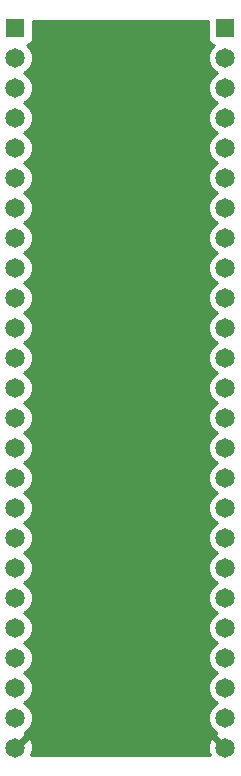
<source format=gbl>
G04 (created by PCBNEW (2013-03-31 BZR 4008)-stable) date 8/2/2013 1:38:20 PM*
%MOIN*%
G04 Gerber Fmt 3.4, Leading zero omitted, Abs format*
%FSLAX34Y34*%
G01*
G70*
G90*
G04 APERTURE LIST*
%ADD10C,0.006*%
%ADD11R,0.0649606X0.0649606*%
%ADD12C,0.0649606*%
%ADD13C,0.035*%
%ADD14C,0.00629921*%
%ADD15C,0.01*%
G04 APERTURE END LIST*
G54D10*
G54D11*
X12000Y-9000D03*
G54D12*
X12000Y-10000D03*
X12000Y-11000D03*
X12000Y-12000D03*
X12000Y-13000D03*
X12000Y-14000D03*
X12000Y-15000D03*
X12000Y-16000D03*
X12000Y-17000D03*
X12000Y-18000D03*
X12000Y-19000D03*
X12000Y-20000D03*
X12000Y-21000D03*
X12000Y-22000D03*
X12000Y-23000D03*
X12000Y-24000D03*
X12000Y-25000D03*
X12000Y-26000D03*
X12000Y-27000D03*
X12000Y-28000D03*
X12000Y-29000D03*
X12000Y-30000D03*
X12000Y-31000D03*
X12000Y-32000D03*
X12000Y-33000D03*
G54D11*
X19000Y-9000D03*
G54D12*
X19000Y-10000D03*
X19000Y-11000D03*
X19000Y-12000D03*
X19000Y-13000D03*
X19000Y-14000D03*
X19000Y-15000D03*
X19000Y-16000D03*
X19000Y-17000D03*
X19000Y-18000D03*
X19000Y-19000D03*
X19000Y-20000D03*
X19000Y-21000D03*
X19000Y-22000D03*
X19000Y-23000D03*
X19000Y-24000D03*
X19000Y-25000D03*
X19000Y-26000D03*
X19000Y-27000D03*
X19000Y-28000D03*
X19000Y-29000D03*
X19000Y-30000D03*
X19000Y-31000D03*
X19000Y-32000D03*
X19000Y-33000D03*
G54D13*
X15500Y-21500D03*
G54D14*
X16500Y-22000D02*
X15500Y-21500D01*
X16500Y-24000D02*
X16500Y-22000D01*
X16500Y-24000D02*
X16500Y-32678D01*
X18678Y-32678D02*
X16500Y-32678D01*
X19000Y-33000D02*
X18678Y-32678D01*
X12321Y-32678D02*
X12000Y-33000D01*
X16500Y-32678D02*
X12321Y-32678D01*
G54D10*
G36*
X19076Y-33005D02*
X19005Y-33076D01*
X19000Y-33070D01*
X18994Y-33076D01*
X18923Y-33005D01*
X18929Y-33000D01*
X18596Y-32666D01*
X18498Y-32697D01*
X18420Y-32912D01*
X18431Y-33140D01*
X18468Y-33230D01*
X12527Y-33230D01*
X12579Y-33087D01*
X12568Y-32859D01*
X12501Y-32697D01*
X12403Y-32666D01*
X12070Y-33000D01*
X12076Y-33005D01*
X12005Y-33076D01*
X12000Y-33070D01*
X11994Y-33076D01*
X11923Y-33005D01*
X11929Y-33000D01*
X11923Y-32994D01*
X11994Y-32923D01*
X12000Y-32929D01*
X12333Y-32596D01*
X12302Y-32498D01*
X12301Y-32497D01*
X12325Y-32487D01*
X12487Y-32326D01*
X12574Y-32114D01*
X12574Y-31886D01*
X12487Y-31674D01*
X12326Y-31512D01*
X12294Y-31500D01*
X12325Y-31487D01*
X12487Y-31326D01*
X12574Y-31114D01*
X12574Y-30886D01*
X12487Y-30674D01*
X12326Y-30512D01*
X12294Y-30500D01*
X12325Y-30487D01*
X12487Y-30326D01*
X12574Y-30114D01*
X12574Y-29886D01*
X12487Y-29674D01*
X12326Y-29512D01*
X12294Y-29500D01*
X12325Y-29487D01*
X12487Y-29326D01*
X12574Y-29114D01*
X12574Y-28886D01*
X12487Y-28674D01*
X12326Y-28512D01*
X12294Y-28500D01*
X12325Y-28487D01*
X12487Y-28326D01*
X12574Y-28114D01*
X12574Y-27886D01*
X12487Y-27674D01*
X12326Y-27512D01*
X12294Y-27500D01*
X12325Y-27487D01*
X12487Y-27326D01*
X12574Y-27114D01*
X12574Y-26886D01*
X12487Y-26674D01*
X12326Y-26512D01*
X12294Y-26500D01*
X12325Y-26487D01*
X12487Y-26326D01*
X12574Y-26114D01*
X12574Y-25886D01*
X12487Y-25674D01*
X12326Y-25512D01*
X12294Y-25500D01*
X12325Y-25487D01*
X12487Y-25326D01*
X12574Y-25114D01*
X12574Y-24886D01*
X12487Y-24674D01*
X12326Y-24512D01*
X12294Y-24500D01*
X12325Y-24487D01*
X12487Y-24326D01*
X12574Y-24114D01*
X12574Y-23886D01*
X12487Y-23674D01*
X12326Y-23512D01*
X12294Y-23500D01*
X12325Y-23487D01*
X12487Y-23326D01*
X12574Y-23114D01*
X12574Y-22886D01*
X12487Y-22674D01*
X12326Y-22512D01*
X12294Y-22500D01*
X12325Y-22487D01*
X12487Y-22326D01*
X12574Y-22114D01*
X12574Y-21886D01*
X12487Y-21674D01*
X12326Y-21512D01*
X12294Y-21500D01*
X12325Y-21487D01*
X12487Y-21326D01*
X12574Y-21114D01*
X12574Y-20886D01*
X12487Y-20674D01*
X12326Y-20512D01*
X12294Y-20500D01*
X12325Y-20487D01*
X12487Y-20326D01*
X12574Y-20114D01*
X12574Y-19886D01*
X12487Y-19674D01*
X12326Y-19512D01*
X12294Y-19500D01*
X12325Y-19487D01*
X12487Y-19326D01*
X12574Y-19114D01*
X12574Y-18886D01*
X12487Y-18674D01*
X12326Y-18512D01*
X12294Y-18500D01*
X12325Y-18487D01*
X12487Y-18326D01*
X12574Y-18114D01*
X12574Y-17886D01*
X12487Y-17674D01*
X12326Y-17512D01*
X12294Y-17500D01*
X12325Y-17487D01*
X12487Y-17326D01*
X12574Y-17114D01*
X12574Y-16886D01*
X12487Y-16674D01*
X12326Y-16512D01*
X12294Y-16500D01*
X12325Y-16487D01*
X12487Y-16326D01*
X12574Y-16114D01*
X12574Y-15886D01*
X12487Y-15674D01*
X12326Y-15512D01*
X12294Y-15500D01*
X12325Y-15487D01*
X12487Y-15326D01*
X12574Y-15114D01*
X12574Y-14886D01*
X12487Y-14674D01*
X12326Y-14512D01*
X12294Y-14500D01*
X12325Y-14487D01*
X12487Y-14326D01*
X12574Y-14114D01*
X12574Y-13886D01*
X12487Y-13674D01*
X12326Y-13512D01*
X12294Y-13500D01*
X12325Y-13487D01*
X12487Y-13326D01*
X12574Y-13114D01*
X12574Y-12886D01*
X12487Y-12674D01*
X12326Y-12512D01*
X12294Y-12500D01*
X12325Y-12487D01*
X12487Y-12326D01*
X12574Y-12114D01*
X12574Y-11886D01*
X12487Y-11674D01*
X12326Y-11512D01*
X12294Y-11500D01*
X12325Y-11487D01*
X12487Y-11326D01*
X12574Y-11114D01*
X12574Y-10886D01*
X12487Y-10674D01*
X12326Y-10512D01*
X12294Y-10500D01*
X12325Y-10487D01*
X12487Y-10326D01*
X12574Y-10114D01*
X12574Y-9886D01*
X12487Y-9674D01*
X12383Y-9570D01*
X12466Y-9536D01*
X12536Y-9466D01*
X12574Y-9374D01*
X12574Y-9275D01*
X12574Y-8769D01*
X18425Y-8769D01*
X18425Y-9374D01*
X18463Y-9466D01*
X18533Y-9536D01*
X18616Y-9570D01*
X18512Y-9673D01*
X18425Y-9885D01*
X18425Y-10113D01*
X18512Y-10325D01*
X18673Y-10487D01*
X18705Y-10499D01*
X18674Y-10512D01*
X18512Y-10673D01*
X18425Y-10885D01*
X18425Y-11113D01*
X18512Y-11325D01*
X18673Y-11487D01*
X18705Y-11499D01*
X18674Y-11512D01*
X18512Y-11673D01*
X18425Y-11885D01*
X18425Y-12113D01*
X18512Y-12325D01*
X18673Y-12487D01*
X18705Y-12499D01*
X18674Y-12512D01*
X18512Y-12673D01*
X18425Y-12885D01*
X18425Y-13113D01*
X18512Y-13325D01*
X18673Y-13487D01*
X18705Y-13499D01*
X18674Y-13512D01*
X18512Y-13673D01*
X18425Y-13885D01*
X18425Y-14113D01*
X18512Y-14325D01*
X18673Y-14487D01*
X18705Y-14499D01*
X18674Y-14512D01*
X18512Y-14673D01*
X18425Y-14885D01*
X18425Y-15113D01*
X18512Y-15325D01*
X18673Y-15487D01*
X18705Y-15499D01*
X18674Y-15512D01*
X18512Y-15673D01*
X18425Y-15885D01*
X18425Y-16113D01*
X18512Y-16325D01*
X18673Y-16487D01*
X18705Y-16499D01*
X18674Y-16512D01*
X18512Y-16673D01*
X18425Y-16885D01*
X18425Y-17113D01*
X18512Y-17325D01*
X18673Y-17487D01*
X18705Y-17499D01*
X18674Y-17512D01*
X18512Y-17673D01*
X18425Y-17885D01*
X18425Y-18113D01*
X18512Y-18325D01*
X18673Y-18487D01*
X18705Y-18499D01*
X18674Y-18512D01*
X18512Y-18673D01*
X18425Y-18885D01*
X18425Y-19113D01*
X18512Y-19325D01*
X18673Y-19487D01*
X18705Y-19499D01*
X18674Y-19512D01*
X18512Y-19673D01*
X18425Y-19885D01*
X18425Y-20113D01*
X18512Y-20325D01*
X18673Y-20487D01*
X18705Y-20499D01*
X18674Y-20512D01*
X18512Y-20673D01*
X18425Y-20885D01*
X18425Y-21113D01*
X18512Y-21325D01*
X18673Y-21487D01*
X18705Y-21499D01*
X18674Y-21512D01*
X18512Y-21673D01*
X18425Y-21885D01*
X18425Y-22113D01*
X18512Y-22325D01*
X18673Y-22487D01*
X18705Y-22499D01*
X18674Y-22512D01*
X18512Y-22673D01*
X18425Y-22885D01*
X18425Y-23113D01*
X18512Y-23325D01*
X18673Y-23487D01*
X18705Y-23499D01*
X18674Y-23512D01*
X18512Y-23673D01*
X18425Y-23885D01*
X18425Y-24113D01*
X18512Y-24325D01*
X18673Y-24487D01*
X18705Y-24499D01*
X18674Y-24512D01*
X18512Y-24673D01*
X18425Y-24885D01*
X18425Y-25113D01*
X18512Y-25325D01*
X18673Y-25487D01*
X18705Y-25499D01*
X18674Y-25512D01*
X18512Y-25673D01*
X18425Y-25885D01*
X18425Y-26113D01*
X18512Y-26325D01*
X18673Y-26487D01*
X18705Y-26499D01*
X18674Y-26512D01*
X18512Y-26673D01*
X18425Y-26885D01*
X18425Y-27113D01*
X18512Y-27325D01*
X18673Y-27487D01*
X18705Y-27499D01*
X18674Y-27512D01*
X18512Y-27673D01*
X18425Y-27885D01*
X18425Y-28113D01*
X18512Y-28325D01*
X18673Y-28487D01*
X18705Y-28499D01*
X18674Y-28512D01*
X18512Y-28673D01*
X18425Y-28885D01*
X18425Y-29113D01*
X18512Y-29325D01*
X18673Y-29487D01*
X18705Y-29499D01*
X18674Y-29512D01*
X18512Y-29673D01*
X18425Y-29885D01*
X18425Y-30113D01*
X18512Y-30325D01*
X18673Y-30487D01*
X18705Y-30499D01*
X18674Y-30512D01*
X18512Y-30673D01*
X18425Y-30885D01*
X18425Y-31113D01*
X18512Y-31325D01*
X18673Y-31487D01*
X18705Y-31499D01*
X18674Y-31512D01*
X18512Y-31673D01*
X18425Y-31885D01*
X18425Y-32113D01*
X18512Y-32325D01*
X18673Y-32487D01*
X18699Y-32497D01*
X18697Y-32498D01*
X18666Y-32596D01*
X19000Y-32929D01*
X19005Y-32923D01*
X19076Y-32994D01*
X19070Y-33000D01*
X19076Y-33005D01*
X19076Y-33005D01*
G37*
G54D15*
X19076Y-33005D02*
X19005Y-33076D01*
X19000Y-33070D01*
X18994Y-33076D01*
X18923Y-33005D01*
X18929Y-33000D01*
X18596Y-32666D01*
X18498Y-32697D01*
X18420Y-32912D01*
X18431Y-33140D01*
X18468Y-33230D01*
X12527Y-33230D01*
X12579Y-33087D01*
X12568Y-32859D01*
X12501Y-32697D01*
X12403Y-32666D01*
X12070Y-33000D01*
X12076Y-33005D01*
X12005Y-33076D01*
X12000Y-33070D01*
X11994Y-33076D01*
X11923Y-33005D01*
X11929Y-33000D01*
X11923Y-32994D01*
X11994Y-32923D01*
X12000Y-32929D01*
X12333Y-32596D01*
X12302Y-32498D01*
X12301Y-32497D01*
X12325Y-32487D01*
X12487Y-32326D01*
X12574Y-32114D01*
X12574Y-31886D01*
X12487Y-31674D01*
X12326Y-31512D01*
X12294Y-31500D01*
X12325Y-31487D01*
X12487Y-31326D01*
X12574Y-31114D01*
X12574Y-30886D01*
X12487Y-30674D01*
X12326Y-30512D01*
X12294Y-30500D01*
X12325Y-30487D01*
X12487Y-30326D01*
X12574Y-30114D01*
X12574Y-29886D01*
X12487Y-29674D01*
X12326Y-29512D01*
X12294Y-29500D01*
X12325Y-29487D01*
X12487Y-29326D01*
X12574Y-29114D01*
X12574Y-28886D01*
X12487Y-28674D01*
X12326Y-28512D01*
X12294Y-28500D01*
X12325Y-28487D01*
X12487Y-28326D01*
X12574Y-28114D01*
X12574Y-27886D01*
X12487Y-27674D01*
X12326Y-27512D01*
X12294Y-27500D01*
X12325Y-27487D01*
X12487Y-27326D01*
X12574Y-27114D01*
X12574Y-26886D01*
X12487Y-26674D01*
X12326Y-26512D01*
X12294Y-26500D01*
X12325Y-26487D01*
X12487Y-26326D01*
X12574Y-26114D01*
X12574Y-25886D01*
X12487Y-25674D01*
X12326Y-25512D01*
X12294Y-25500D01*
X12325Y-25487D01*
X12487Y-25326D01*
X12574Y-25114D01*
X12574Y-24886D01*
X12487Y-24674D01*
X12326Y-24512D01*
X12294Y-24500D01*
X12325Y-24487D01*
X12487Y-24326D01*
X12574Y-24114D01*
X12574Y-23886D01*
X12487Y-23674D01*
X12326Y-23512D01*
X12294Y-23500D01*
X12325Y-23487D01*
X12487Y-23326D01*
X12574Y-23114D01*
X12574Y-22886D01*
X12487Y-22674D01*
X12326Y-22512D01*
X12294Y-22500D01*
X12325Y-22487D01*
X12487Y-22326D01*
X12574Y-22114D01*
X12574Y-21886D01*
X12487Y-21674D01*
X12326Y-21512D01*
X12294Y-21500D01*
X12325Y-21487D01*
X12487Y-21326D01*
X12574Y-21114D01*
X12574Y-20886D01*
X12487Y-20674D01*
X12326Y-20512D01*
X12294Y-20500D01*
X12325Y-20487D01*
X12487Y-20326D01*
X12574Y-20114D01*
X12574Y-19886D01*
X12487Y-19674D01*
X12326Y-19512D01*
X12294Y-19500D01*
X12325Y-19487D01*
X12487Y-19326D01*
X12574Y-19114D01*
X12574Y-18886D01*
X12487Y-18674D01*
X12326Y-18512D01*
X12294Y-18500D01*
X12325Y-18487D01*
X12487Y-18326D01*
X12574Y-18114D01*
X12574Y-17886D01*
X12487Y-17674D01*
X12326Y-17512D01*
X12294Y-17500D01*
X12325Y-17487D01*
X12487Y-17326D01*
X12574Y-17114D01*
X12574Y-16886D01*
X12487Y-16674D01*
X12326Y-16512D01*
X12294Y-16500D01*
X12325Y-16487D01*
X12487Y-16326D01*
X12574Y-16114D01*
X12574Y-15886D01*
X12487Y-15674D01*
X12326Y-15512D01*
X12294Y-15500D01*
X12325Y-15487D01*
X12487Y-15326D01*
X12574Y-15114D01*
X12574Y-14886D01*
X12487Y-14674D01*
X12326Y-14512D01*
X12294Y-14500D01*
X12325Y-14487D01*
X12487Y-14326D01*
X12574Y-14114D01*
X12574Y-13886D01*
X12487Y-13674D01*
X12326Y-13512D01*
X12294Y-13500D01*
X12325Y-13487D01*
X12487Y-13326D01*
X12574Y-13114D01*
X12574Y-12886D01*
X12487Y-12674D01*
X12326Y-12512D01*
X12294Y-12500D01*
X12325Y-12487D01*
X12487Y-12326D01*
X12574Y-12114D01*
X12574Y-11886D01*
X12487Y-11674D01*
X12326Y-11512D01*
X12294Y-11500D01*
X12325Y-11487D01*
X12487Y-11326D01*
X12574Y-11114D01*
X12574Y-10886D01*
X12487Y-10674D01*
X12326Y-10512D01*
X12294Y-10500D01*
X12325Y-10487D01*
X12487Y-10326D01*
X12574Y-10114D01*
X12574Y-9886D01*
X12487Y-9674D01*
X12383Y-9570D01*
X12466Y-9536D01*
X12536Y-9466D01*
X12574Y-9374D01*
X12574Y-9275D01*
X12574Y-8769D01*
X18425Y-8769D01*
X18425Y-9374D01*
X18463Y-9466D01*
X18533Y-9536D01*
X18616Y-9570D01*
X18512Y-9673D01*
X18425Y-9885D01*
X18425Y-10113D01*
X18512Y-10325D01*
X18673Y-10487D01*
X18705Y-10499D01*
X18674Y-10512D01*
X18512Y-10673D01*
X18425Y-10885D01*
X18425Y-11113D01*
X18512Y-11325D01*
X18673Y-11487D01*
X18705Y-11499D01*
X18674Y-11512D01*
X18512Y-11673D01*
X18425Y-11885D01*
X18425Y-12113D01*
X18512Y-12325D01*
X18673Y-12487D01*
X18705Y-12499D01*
X18674Y-12512D01*
X18512Y-12673D01*
X18425Y-12885D01*
X18425Y-13113D01*
X18512Y-13325D01*
X18673Y-13487D01*
X18705Y-13499D01*
X18674Y-13512D01*
X18512Y-13673D01*
X18425Y-13885D01*
X18425Y-14113D01*
X18512Y-14325D01*
X18673Y-14487D01*
X18705Y-14499D01*
X18674Y-14512D01*
X18512Y-14673D01*
X18425Y-14885D01*
X18425Y-15113D01*
X18512Y-15325D01*
X18673Y-15487D01*
X18705Y-15499D01*
X18674Y-15512D01*
X18512Y-15673D01*
X18425Y-15885D01*
X18425Y-16113D01*
X18512Y-16325D01*
X18673Y-16487D01*
X18705Y-16499D01*
X18674Y-16512D01*
X18512Y-16673D01*
X18425Y-16885D01*
X18425Y-17113D01*
X18512Y-17325D01*
X18673Y-17487D01*
X18705Y-17499D01*
X18674Y-17512D01*
X18512Y-17673D01*
X18425Y-17885D01*
X18425Y-18113D01*
X18512Y-18325D01*
X18673Y-18487D01*
X18705Y-18499D01*
X18674Y-18512D01*
X18512Y-18673D01*
X18425Y-18885D01*
X18425Y-19113D01*
X18512Y-19325D01*
X18673Y-19487D01*
X18705Y-19499D01*
X18674Y-19512D01*
X18512Y-19673D01*
X18425Y-19885D01*
X18425Y-20113D01*
X18512Y-20325D01*
X18673Y-20487D01*
X18705Y-20499D01*
X18674Y-20512D01*
X18512Y-20673D01*
X18425Y-20885D01*
X18425Y-21113D01*
X18512Y-21325D01*
X18673Y-21487D01*
X18705Y-21499D01*
X18674Y-21512D01*
X18512Y-21673D01*
X18425Y-21885D01*
X18425Y-22113D01*
X18512Y-22325D01*
X18673Y-22487D01*
X18705Y-22499D01*
X18674Y-22512D01*
X18512Y-22673D01*
X18425Y-22885D01*
X18425Y-23113D01*
X18512Y-23325D01*
X18673Y-23487D01*
X18705Y-23499D01*
X18674Y-23512D01*
X18512Y-23673D01*
X18425Y-23885D01*
X18425Y-24113D01*
X18512Y-24325D01*
X18673Y-24487D01*
X18705Y-24499D01*
X18674Y-24512D01*
X18512Y-24673D01*
X18425Y-24885D01*
X18425Y-25113D01*
X18512Y-25325D01*
X18673Y-25487D01*
X18705Y-25499D01*
X18674Y-25512D01*
X18512Y-25673D01*
X18425Y-25885D01*
X18425Y-26113D01*
X18512Y-26325D01*
X18673Y-26487D01*
X18705Y-26499D01*
X18674Y-26512D01*
X18512Y-26673D01*
X18425Y-26885D01*
X18425Y-27113D01*
X18512Y-27325D01*
X18673Y-27487D01*
X18705Y-27499D01*
X18674Y-27512D01*
X18512Y-27673D01*
X18425Y-27885D01*
X18425Y-28113D01*
X18512Y-28325D01*
X18673Y-28487D01*
X18705Y-28499D01*
X18674Y-28512D01*
X18512Y-28673D01*
X18425Y-28885D01*
X18425Y-29113D01*
X18512Y-29325D01*
X18673Y-29487D01*
X18705Y-29499D01*
X18674Y-29512D01*
X18512Y-29673D01*
X18425Y-29885D01*
X18425Y-30113D01*
X18512Y-30325D01*
X18673Y-30487D01*
X18705Y-30499D01*
X18674Y-30512D01*
X18512Y-30673D01*
X18425Y-30885D01*
X18425Y-31113D01*
X18512Y-31325D01*
X18673Y-31487D01*
X18705Y-31499D01*
X18674Y-31512D01*
X18512Y-31673D01*
X18425Y-31885D01*
X18425Y-32113D01*
X18512Y-32325D01*
X18673Y-32487D01*
X18699Y-32497D01*
X18697Y-32498D01*
X18666Y-32596D01*
X19000Y-32929D01*
X19005Y-32923D01*
X19076Y-32994D01*
X19070Y-33000D01*
X19076Y-33005D01*
M02*

</source>
